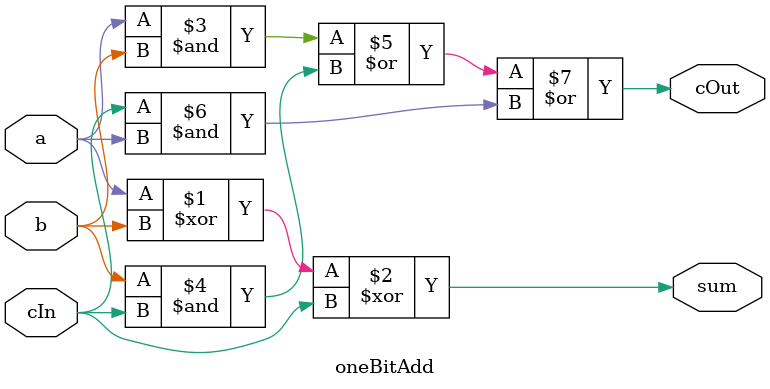
<source format=v>
`timescale 1ns / 1ps


module oneBitAdd(
    input a,
    input b,
    input cIn,
    output cOut,
    output sum
    );
    
    assign sum = a ^ b ^ cIn;
    assign cOut = (a & b) | (b & cIn) | (cIn & a);
    
endmodule

</source>
